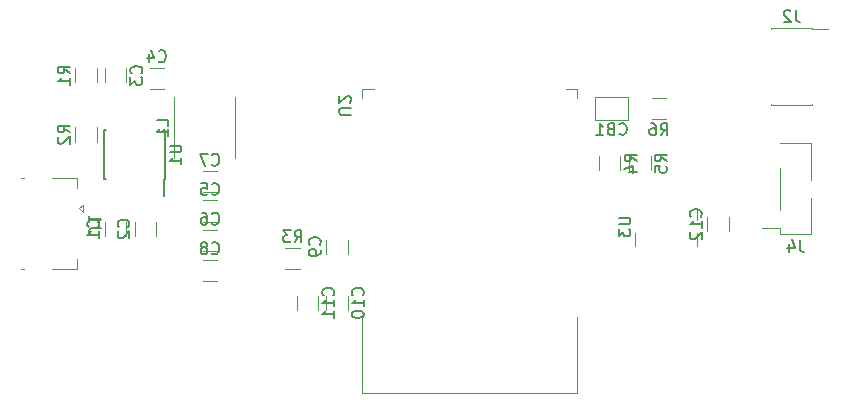
<source format=gbr>
G04 #@! TF.GenerationSoftware,KiCad,Pcbnew,5.1.6*
G04 #@! TF.CreationDate,2020-07-28T12:29:14+02:00*
G04 #@! TF.ProjectId,ESP32_lamp,45535033-325f-46c6-916d-702e6b696361,rev?*
G04 #@! TF.SameCoordinates,Original*
G04 #@! TF.FileFunction,Legend,Bot*
G04 #@! TF.FilePolarity,Positive*
%FSLAX46Y46*%
G04 Gerber Fmt 4.6, Leading zero omitted, Abs format (unit mm)*
G04 Created by KiCad (PCBNEW 5.1.6) date 2020-07-28 12:29:14*
%MOMM*%
%LPD*%
G01*
G04 APERTURE LIST*
%ADD10C,0.120000*%
%ADD11C,0.150000*%
G04 APERTURE END LIST*
D10*
X173397936Y-119890000D02*
X174602064Y-119890000D01*
X173397936Y-121710000D02*
X174602064Y-121710000D01*
X184270000Y-129380000D02*
X184270000Y-125820000D01*
X186930000Y-126840000D02*
X186930000Y-123730000D01*
X186930000Y-124300000D02*
X186930000Y-123730000D01*
X184270000Y-131470000D02*
X184270000Y-130900000D01*
X184270000Y-130900000D02*
X182750000Y-130900000D01*
X186930000Y-131470000D02*
X186930000Y-128360000D01*
X184270000Y-123730000D02*
X186930000Y-123730000D01*
X184270000Y-131470000D02*
X186930000Y-131470000D01*
X179910000Y-129997936D02*
X179910000Y-131202064D01*
X178090000Y-129997936D02*
X178090000Y-131202064D01*
X148880000Y-119900000D02*
X148880000Y-119120000D01*
X148880000Y-119120000D02*
X149880000Y-119120000D01*
X167120000Y-119900000D02*
X167120000Y-119120000D01*
X167120000Y-119120000D02*
X166120000Y-119120000D01*
X148880000Y-144865000D02*
X167120000Y-144865000D01*
X167120000Y-144865000D02*
X167120000Y-138445000D01*
X148880000Y-144865000D02*
X148880000Y-138445000D01*
X148880000Y-138445000D02*
X148500000Y-138445000D01*
X136602064Y-126090000D02*
X135397936Y-126090000D01*
X136602064Y-127910000D02*
X135397936Y-127910000D01*
X173310000Y-126052064D02*
X173310000Y-124847936D01*
X171490000Y-126052064D02*
X171490000Y-124847936D01*
X170760000Y-126052064D02*
X170760000Y-124847936D01*
X168940000Y-126052064D02*
X168940000Y-124847936D01*
X187015000Y-114015000D02*
X183485000Y-114015000D01*
X187015000Y-120485000D02*
X183485000Y-120485000D01*
X188340000Y-114080000D02*
X187015000Y-114080000D01*
X187015000Y-114015000D02*
X187015000Y-114080000D01*
X183485000Y-114015000D02*
X183485000Y-114080000D01*
X187015000Y-120420000D02*
X187015000Y-120485000D01*
X183485000Y-120420000D02*
X183485000Y-120485000D01*
X124590000Y-122397936D02*
X124590000Y-123602064D01*
X126410000Y-122397936D02*
X126410000Y-123602064D01*
X143602064Y-132590000D02*
X142397936Y-132590000D01*
X143602064Y-134410000D02*
X142397936Y-134410000D01*
X124590000Y-117397936D02*
X124590000Y-118602064D01*
X126410000Y-117397936D02*
X126410000Y-118602064D01*
X145840000Y-131897936D02*
X145840000Y-133102064D01*
X147660000Y-131897936D02*
X147660000Y-133102064D01*
X145160000Y-137852064D02*
X145160000Y-136647936D01*
X143340000Y-137852064D02*
X143340000Y-136647936D01*
X147660000Y-137852064D02*
X147660000Y-136647936D01*
X145840000Y-137852064D02*
X145840000Y-136647936D01*
X136602064Y-133590000D02*
X135397936Y-133590000D01*
X136602064Y-135410000D02*
X135397936Y-135410000D01*
X136602064Y-131090000D02*
X135397936Y-131090000D01*
X136602064Y-132910000D02*
X135397936Y-132910000D01*
X136602064Y-128590000D02*
X135397936Y-128590000D01*
X136602064Y-130410000D02*
X135397936Y-130410000D01*
X132102064Y-117340000D02*
X130897936Y-117340000D01*
X132102064Y-119160000D02*
X130897936Y-119160000D01*
X128910000Y-118602064D02*
X128910000Y-117397936D01*
X127090000Y-118602064D02*
X127090000Y-117397936D01*
X129640000Y-130397936D02*
X129640000Y-131602064D01*
X131460000Y-130397936D02*
X131460000Y-131602064D01*
X127090000Y-130397936D02*
X127090000Y-131602064D01*
X128910000Y-130397936D02*
X128910000Y-131602064D01*
X138130000Y-119870000D02*
X138130000Y-124970000D01*
X132930000Y-119870000D02*
X132930000Y-124970000D01*
X171990000Y-131360000D02*
X171990000Y-132410000D01*
X177210000Y-130240000D02*
X177210000Y-129190000D01*
X177210000Y-131360000D02*
X177210000Y-132410000D01*
D11*
X132205000Y-126795000D02*
X132155000Y-126795000D01*
X132205000Y-122645000D02*
X132060000Y-122645000D01*
X127055000Y-122645000D02*
X127200000Y-122645000D01*
X127055000Y-126795000D02*
X127200000Y-126795000D01*
X132205000Y-126795000D02*
X132205000Y-122645000D01*
X127055000Y-126795000D02*
X127055000Y-122645000D01*
X132155000Y-126795000D02*
X132155000Y-128195000D01*
D10*
X125250000Y-129550000D02*
X125250000Y-128950000D01*
X124950000Y-129250000D02*
X125250000Y-128950000D01*
X124950000Y-129250000D02*
X125250000Y-129550000D01*
X124720000Y-134420000D02*
X124720000Y-133550000D01*
X124720000Y-126680000D02*
X122650000Y-126680000D01*
X124720000Y-134420000D02*
X122650000Y-134420000D01*
X124720000Y-127550000D02*
X124720000Y-126680000D01*
X120250000Y-126680000D02*
X120000000Y-126680000D01*
X120250000Y-134420000D02*
X120000000Y-134420000D01*
X168600000Y-119800000D02*
X168600000Y-121800000D01*
X171400000Y-119800000D02*
X168600000Y-119800000D01*
X171400000Y-121800000D02*
X171400000Y-119800000D01*
X168600000Y-121800000D02*
X171400000Y-121800000D01*
D11*
X174166666Y-123072380D02*
X174500000Y-122596190D01*
X174738095Y-123072380D02*
X174738095Y-122072380D01*
X174357142Y-122072380D01*
X174261904Y-122120000D01*
X174214285Y-122167619D01*
X174166666Y-122262857D01*
X174166666Y-122405714D01*
X174214285Y-122500952D01*
X174261904Y-122548571D01*
X174357142Y-122596190D01*
X174738095Y-122596190D01*
X173309523Y-122072380D02*
X173500000Y-122072380D01*
X173595238Y-122120000D01*
X173642857Y-122167619D01*
X173738095Y-122310476D01*
X173785714Y-122500952D01*
X173785714Y-122881904D01*
X173738095Y-122977142D01*
X173690476Y-123024761D01*
X173595238Y-123072380D01*
X173404761Y-123072380D01*
X173309523Y-123024761D01*
X173261904Y-122977142D01*
X173214285Y-122881904D01*
X173214285Y-122643809D01*
X173261904Y-122548571D01*
X173309523Y-122500952D01*
X173404761Y-122453333D01*
X173595238Y-122453333D01*
X173690476Y-122500952D01*
X173738095Y-122548571D01*
X173785714Y-122643809D01*
X185933333Y-131922380D02*
X185933333Y-132636666D01*
X185980952Y-132779523D01*
X186076190Y-132874761D01*
X186219047Y-132922380D01*
X186314285Y-132922380D01*
X185028571Y-132255714D02*
X185028571Y-132922380D01*
X185266666Y-131874761D02*
X185504761Y-132589047D01*
X184885714Y-132589047D01*
X177537142Y-129957142D02*
X177584761Y-129909523D01*
X177632380Y-129766666D01*
X177632380Y-129671428D01*
X177584761Y-129528571D01*
X177489523Y-129433333D01*
X177394285Y-129385714D01*
X177203809Y-129338095D01*
X177060952Y-129338095D01*
X176870476Y-129385714D01*
X176775238Y-129433333D01*
X176680000Y-129528571D01*
X176632380Y-129671428D01*
X176632380Y-129766666D01*
X176680000Y-129909523D01*
X176727619Y-129957142D01*
X177632380Y-130909523D02*
X177632380Y-130338095D01*
X177632380Y-130623809D02*
X176632380Y-130623809D01*
X176775238Y-130528571D01*
X176870476Y-130433333D01*
X176918095Y-130338095D01*
X176727619Y-131290476D02*
X176680000Y-131338095D01*
X176632380Y-131433333D01*
X176632380Y-131671428D01*
X176680000Y-131766666D01*
X176727619Y-131814285D01*
X176822857Y-131861904D01*
X176918095Y-131861904D01*
X177060952Y-131814285D01*
X177632380Y-131242857D01*
X177632380Y-131861904D01*
X147937619Y-121331904D02*
X147128095Y-121331904D01*
X147032857Y-121284285D01*
X146985238Y-121236666D01*
X146937619Y-121141428D01*
X146937619Y-120950952D01*
X146985238Y-120855714D01*
X147032857Y-120808095D01*
X147128095Y-120760476D01*
X147937619Y-120760476D01*
X147842380Y-120331904D02*
X147890000Y-120284285D01*
X147937619Y-120189047D01*
X147937619Y-119950952D01*
X147890000Y-119855714D01*
X147842380Y-119808095D01*
X147747142Y-119760476D01*
X147651904Y-119760476D01*
X147509047Y-119808095D01*
X146937619Y-120379523D01*
X146937619Y-119760476D01*
X136166666Y-125537142D02*
X136214285Y-125584761D01*
X136357142Y-125632380D01*
X136452380Y-125632380D01*
X136595238Y-125584761D01*
X136690476Y-125489523D01*
X136738095Y-125394285D01*
X136785714Y-125203809D01*
X136785714Y-125060952D01*
X136738095Y-124870476D01*
X136690476Y-124775238D01*
X136595238Y-124680000D01*
X136452380Y-124632380D01*
X136357142Y-124632380D01*
X136214285Y-124680000D01*
X136166666Y-124727619D01*
X135833333Y-124632380D02*
X135166666Y-124632380D01*
X135595238Y-125632380D01*
X174672380Y-125283333D02*
X174196190Y-124950000D01*
X174672380Y-124711904D02*
X173672380Y-124711904D01*
X173672380Y-125092857D01*
X173720000Y-125188095D01*
X173767619Y-125235714D01*
X173862857Y-125283333D01*
X174005714Y-125283333D01*
X174100952Y-125235714D01*
X174148571Y-125188095D01*
X174196190Y-125092857D01*
X174196190Y-124711904D01*
X173672380Y-126188095D02*
X173672380Y-125711904D01*
X174148571Y-125664285D01*
X174100952Y-125711904D01*
X174053333Y-125807142D01*
X174053333Y-126045238D01*
X174100952Y-126140476D01*
X174148571Y-126188095D01*
X174243809Y-126235714D01*
X174481904Y-126235714D01*
X174577142Y-126188095D01*
X174624761Y-126140476D01*
X174672380Y-126045238D01*
X174672380Y-125807142D01*
X174624761Y-125711904D01*
X174577142Y-125664285D01*
X172122380Y-125283333D02*
X171646190Y-124950000D01*
X172122380Y-124711904D02*
X171122380Y-124711904D01*
X171122380Y-125092857D01*
X171170000Y-125188095D01*
X171217619Y-125235714D01*
X171312857Y-125283333D01*
X171455714Y-125283333D01*
X171550952Y-125235714D01*
X171598571Y-125188095D01*
X171646190Y-125092857D01*
X171646190Y-124711904D01*
X171455714Y-126140476D02*
X172122380Y-126140476D01*
X171074761Y-125902380D02*
X171789047Y-125664285D01*
X171789047Y-126283333D01*
X185583333Y-112467380D02*
X185583333Y-113181666D01*
X185630952Y-113324523D01*
X185726190Y-113419761D01*
X185869047Y-113467380D01*
X185964285Y-113467380D01*
X185154761Y-112562619D02*
X185107142Y-112515000D01*
X185011904Y-112467380D01*
X184773809Y-112467380D01*
X184678571Y-112515000D01*
X184630952Y-112562619D01*
X184583333Y-112657857D01*
X184583333Y-112753095D01*
X184630952Y-112895952D01*
X185202380Y-113467380D01*
X184583333Y-113467380D01*
X124132380Y-122833333D02*
X123656190Y-122500000D01*
X124132380Y-122261904D02*
X123132380Y-122261904D01*
X123132380Y-122642857D01*
X123180000Y-122738095D01*
X123227619Y-122785714D01*
X123322857Y-122833333D01*
X123465714Y-122833333D01*
X123560952Y-122785714D01*
X123608571Y-122738095D01*
X123656190Y-122642857D01*
X123656190Y-122261904D01*
X123227619Y-123214285D02*
X123180000Y-123261904D01*
X123132380Y-123357142D01*
X123132380Y-123595238D01*
X123180000Y-123690476D01*
X123227619Y-123738095D01*
X123322857Y-123785714D01*
X123418095Y-123785714D01*
X123560952Y-123738095D01*
X124132380Y-123166666D01*
X124132380Y-123785714D01*
X143166666Y-132132380D02*
X143500000Y-131656190D01*
X143738095Y-132132380D02*
X143738095Y-131132380D01*
X143357142Y-131132380D01*
X143261904Y-131180000D01*
X143214285Y-131227619D01*
X143166666Y-131322857D01*
X143166666Y-131465714D01*
X143214285Y-131560952D01*
X143261904Y-131608571D01*
X143357142Y-131656190D01*
X143738095Y-131656190D01*
X142833333Y-131132380D02*
X142214285Y-131132380D01*
X142547619Y-131513333D01*
X142404761Y-131513333D01*
X142309523Y-131560952D01*
X142261904Y-131608571D01*
X142214285Y-131703809D01*
X142214285Y-131941904D01*
X142261904Y-132037142D01*
X142309523Y-132084761D01*
X142404761Y-132132380D01*
X142690476Y-132132380D01*
X142785714Y-132084761D01*
X142833333Y-132037142D01*
X124132380Y-117833333D02*
X123656190Y-117500000D01*
X124132380Y-117261904D02*
X123132380Y-117261904D01*
X123132380Y-117642857D01*
X123180000Y-117738095D01*
X123227619Y-117785714D01*
X123322857Y-117833333D01*
X123465714Y-117833333D01*
X123560952Y-117785714D01*
X123608571Y-117738095D01*
X123656190Y-117642857D01*
X123656190Y-117261904D01*
X124132380Y-118785714D02*
X124132380Y-118214285D01*
X124132380Y-118500000D02*
X123132380Y-118500000D01*
X123275238Y-118404761D01*
X123370476Y-118309523D01*
X123418095Y-118214285D01*
X145287142Y-132333333D02*
X145334761Y-132285714D01*
X145382380Y-132142857D01*
X145382380Y-132047619D01*
X145334761Y-131904761D01*
X145239523Y-131809523D01*
X145144285Y-131761904D01*
X144953809Y-131714285D01*
X144810952Y-131714285D01*
X144620476Y-131761904D01*
X144525238Y-131809523D01*
X144430000Y-131904761D01*
X144382380Y-132047619D01*
X144382380Y-132142857D01*
X144430000Y-132285714D01*
X144477619Y-132333333D01*
X145382380Y-132809523D02*
X145382380Y-133000000D01*
X145334761Y-133095238D01*
X145287142Y-133142857D01*
X145144285Y-133238095D01*
X144953809Y-133285714D01*
X144572857Y-133285714D01*
X144477619Y-133238095D01*
X144430000Y-133190476D01*
X144382380Y-133095238D01*
X144382380Y-132904761D01*
X144430000Y-132809523D01*
X144477619Y-132761904D01*
X144572857Y-132714285D01*
X144810952Y-132714285D01*
X144906190Y-132761904D01*
X144953809Y-132809523D01*
X145001428Y-132904761D01*
X145001428Y-133095238D01*
X144953809Y-133190476D01*
X144906190Y-133238095D01*
X144810952Y-133285714D01*
X146427142Y-136607142D02*
X146474761Y-136559523D01*
X146522380Y-136416666D01*
X146522380Y-136321428D01*
X146474761Y-136178571D01*
X146379523Y-136083333D01*
X146284285Y-136035714D01*
X146093809Y-135988095D01*
X145950952Y-135988095D01*
X145760476Y-136035714D01*
X145665238Y-136083333D01*
X145570000Y-136178571D01*
X145522380Y-136321428D01*
X145522380Y-136416666D01*
X145570000Y-136559523D01*
X145617619Y-136607142D01*
X146522380Y-137559523D02*
X146522380Y-136988095D01*
X146522380Y-137273809D02*
X145522380Y-137273809D01*
X145665238Y-137178571D01*
X145760476Y-137083333D01*
X145808095Y-136988095D01*
X146522380Y-138511904D02*
X146522380Y-137940476D01*
X146522380Y-138226190D02*
X145522380Y-138226190D01*
X145665238Y-138130952D01*
X145760476Y-138035714D01*
X145808095Y-137940476D01*
X148927142Y-136607142D02*
X148974761Y-136559523D01*
X149022380Y-136416666D01*
X149022380Y-136321428D01*
X148974761Y-136178571D01*
X148879523Y-136083333D01*
X148784285Y-136035714D01*
X148593809Y-135988095D01*
X148450952Y-135988095D01*
X148260476Y-136035714D01*
X148165238Y-136083333D01*
X148070000Y-136178571D01*
X148022380Y-136321428D01*
X148022380Y-136416666D01*
X148070000Y-136559523D01*
X148117619Y-136607142D01*
X149022380Y-137559523D02*
X149022380Y-136988095D01*
X149022380Y-137273809D02*
X148022380Y-137273809D01*
X148165238Y-137178571D01*
X148260476Y-137083333D01*
X148308095Y-136988095D01*
X148022380Y-138178571D02*
X148022380Y-138273809D01*
X148070000Y-138369047D01*
X148117619Y-138416666D01*
X148212857Y-138464285D01*
X148403333Y-138511904D01*
X148641428Y-138511904D01*
X148831904Y-138464285D01*
X148927142Y-138416666D01*
X148974761Y-138369047D01*
X149022380Y-138273809D01*
X149022380Y-138178571D01*
X148974761Y-138083333D01*
X148927142Y-138035714D01*
X148831904Y-137988095D01*
X148641428Y-137940476D01*
X148403333Y-137940476D01*
X148212857Y-137988095D01*
X148117619Y-138035714D01*
X148070000Y-138083333D01*
X148022380Y-138178571D01*
X136166666Y-133037142D02*
X136214285Y-133084761D01*
X136357142Y-133132380D01*
X136452380Y-133132380D01*
X136595238Y-133084761D01*
X136690476Y-132989523D01*
X136738095Y-132894285D01*
X136785714Y-132703809D01*
X136785714Y-132560952D01*
X136738095Y-132370476D01*
X136690476Y-132275238D01*
X136595238Y-132180000D01*
X136452380Y-132132380D01*
X136357142Y-132132380D01*
X136214285Y-132180000D01*
X136166666Y-132227619D01*
X135595238Y-132560952D02*
X135690476Y-132513333D01*
X135738095Y-132465714D01*
X135785714Y-132370476D01*
X135785714Y-132322857D01*
X135738095Y-132227619D01*
X135690476Y-132180000D01*
X135595238Y-132132380D01*
X135404761Y-132132380D01*
X135309523Y-132180000D01*
X135261904Y-132227619D01*
X135214285Y-132322857D01*
X135214285Y-132370476D01*
X135261904Y-132465714D01*
X135309523Y-132513333D01*
X135404761Y-132560952D01*
X135595238Y-132560952D01*
X135690476Y-132608571D01*
X135738095Y-132656190D01*
X135785714Y-132751428D01*
X135785714Y-132941904D01*
X135738095Y-133037142D01*
X135690476Y-133084761D01*
X135595238Y-133132380D01*
X135404761Y-133132380D01*
X135309523Y-133084761D01*
X135261904Y-133037142D01*
X135214285Y-132941904D01*
X135214285Y-132751428D01*
X135261904Y-132656190D01*
X135309523Y-132608571D01*
X135404761Y-132560952D01*
X136166666Y-130537142D02*
X136214285Y-130584761D01*
X136357142Y-130632380D01*
X136452380Y-130632380D01*
X136595238Y-130584761D01*
X136690476Y-130489523D01*
X136738095Y-130394285D01*
X136785714Y-130203809D01*
X136785714Y-130060952D01*
X136738095Y-129870476D01*
X136690476Y-129775238D01*
X136595238Y-129680000D01*
X136452380Y-129632380D01*
X136357142Y-129632380D01*
X136214285Y-129680000D01*
X136166666Y-129727619D01*
X135309523Y-129632380D02*
X135500000Y-129632380D01*
X135595238Y-129680000D01*
X135642857Y-129727619D01*
X135738095Y-129870476D01*
X135785714Y-130060952D01*
X135785714Y-130441904D01*
X135738095Y-130537142D01*
X135690476Y-130584761D01*
X135595238Y-130632380D01*
X135404761Y-130632380D01*
X135309523Y-130584761D01*
X135261904Y-130537142D01*
X135214285Y-130441904D01*
X135214285Y-130203809D01*
X135261904Y-130108571D01*
X135309523Y-130060952D01*
X135404761Y-130013333D01*
X135595238Y-130013333D01*
X135690476Y-130060952D01*
X135738095Y-130108571D01*
X135785714Y-130203809D01*
X136166666Y-128037142D02*
X136214285Y-128084761D01*
X136357142Y-128132380D01*
X136452380Y-128132380D01*
X136595238Y-128084761D01*
X136690476Y-127989523D01*
X136738095Y-127894285D01*
X136785714Y-127703809D01*
X136785714Y-127560952D01*
X136738095Y-127370476D01*
X136690476Y-127275238D01*
X136595238Y-127180000D01*
X136452380Y-127132380D01*
X136357142Y-127132380D01*
X136214285Y-127180000D01*
X136166666Y-127227619D01*
X135261904Y-127132380D02*
X135738095Y-127132380D01*
X135785714Y-127608571D01*
X135738095Y-127560952D01*
X135642857Y-127513333D01*
X135404761Y-127513333D01*
X135309523Y-127560952D01*
X135261904Y-127608571D01*
X135214285Y-127703809D01*
X135214285Y-127941904D01*
X135261904Y-128037142D01*
X135309523Y-128084761D01*
X135404761Y-128132380D01*
X135642857Y-128132380D01*
X135738095Y-128084761D01*
X135785714Y-128037142D01*
X131666666Y-116787142D02*
X131714285Y-116834761D01*
X131857142Y-116882380D01*
X131952380Y-116882380D01*
X132095238Y-116834761D01*
X132190476Y-116739523D01*
X132238095Y-116644285D01*
X132285714Y-116453809D01*
X132285714Y-116310952D01*
X132238095Y-116120476D01*
X132190476Y-116025238D01*
X132095238Y-115930000D01*
X131952380Y-115882380D01*
X131857142Y-115882380D01*
X131714285Y-115930000D01*
X131666666Y-115977619D01*
X130809523Y-116215714D02*
X130809523Y-116882380D01*
X131047619Y-115834761D02*
X131285714Y-116549047D01*
X130666666Y-116549047D01*
X130177142Y-117833333D02*
X130224761Y-117785714D01*
X130272380Y-117642857D01*
X130272380Y-117547619D01*
X130224761Y-117404761D01*
X130129523Y-117309523D01*
X130034285Y-117261904D01*
X129843809Y-117214285D01*
X129700952Y-117214285D01*
X129510476Y-117261904D01*
X129415238Y-117309523D01*
X129320000Y-117404761D01*
X129272380Y-117547619D01*
X129272380Y-117642857D01*
X129320000Y-117785714D01*
X129367619Y-117833333D01*
X129272380Y-118166666D02*
X129272380Y-118785714D01*
X129653333Y-118452380D01*
X129653333Y-118595238D01*
X129700952Y-118690476D01*
X129748571Y-118738095D01*
X129843809Y-118785714D01*
X130081904Y-118785714D01*
X130177142Y-118738095D01*
X130224761Y-118690476D01*
X130272380Y-118595238D01*
X130272380Y-118309523D01*
X130224761Y-118214285D01*
X130177142Y-118166666D01*
X129087142Y-130833333D02*
X129134761Y-130785714D01*
X129182380Y-130642857D01*
X129182380Y-130547619D01*
X129134761Y-130404761D01*
X129039523Y-130309523D01*
X128944285Y-130261904D01*
X128753809Y-130214285D01*
X128610952Y-130214285D01*
X128420476Y-130261904D01*
X128325238Y-130309523D01*
X128230000Y-130404761D01*
X128182380Y-130547619D01*
X128182380Y-130642857D01*
X128230000Y-130785714D01*
X128277619Y-130833333D01*
X128277619Y-131214285D02*
X128230000Y-131261904D01*
X128182380Y-131357142D01*
X128182380Y-131595238D01*
X128230000Y-131690476D01*
X128277619Y-131738095D01*
X128372857Y-131785714D01*
X128468095Y-131785714D01*
X128610952Y-131738095D01*
X129182380Y-131166666D01*
X129182380Y-131785714D01*
X126537142Y-130833333D02*
X126584761Y-130785714D01*
X126632380Y-130642857D01*
X126632380Y-130547619D01*
X126584761Y-130404761D01*
X126489523Y-130309523D01*
X126394285Y-130261904D01*
X126203809Y-130214285D01*
X126060952Y-130214285D01*
X125870476Y-130261904D01*
X125775238Y-130309523D01*
X125680000Y-130404761D01*
X125632380Y-130547619D01*
X125632380Y-130642857D01*
X125680000Y-130785714D01*
X125727619Y-130833333D01*
X126632380Y-131785714D02*
X126632380Y-131214285D01*
X126632380Y-131500000D02*
X125632380Y-131500000D01*
X125775238Y-131404761D01*
X125870476Y-131309523D01*
X125918095Y-131214285D01*
X132482380Y-122253333D02*
X132482380Y-121777142D01*
X131482380Y-121777142D01*
X132482380Y-123110476D02*
X132482380Y-122539047D01*
X132482380Y-122824761D02*
X131482380Y-122824761D01*
X131625238Y-122729523D01*
X131720476Y-122634285D01*
X131768095Y-122539047D01*
X170602380Y-130038095D02*
X171411904Y-130038095D01*
X171507142Y-130085714D01*
X171554761Y-130133333D01*
X171602380Y-130228571D01*
X171602380Y-130419047D01*
X171554761Y-130514285D01*
X171507142Y-130561904D01*
X171411904Y-130609523D01*
X170602380Y-130609523D01*
X170602380Y-130990476D02*
X170602380Y-131609523D01*
X170983333Y-131276190D01*
X170983333Y-131419047D01*
X171030952Y-131514285D01*
X171078571Y-131561904D01*
X171173809Y-131609523D01*
X171411904Y-131609523D01*
X171507142Y-131561904D01*
X171554761Y-131514285D01*
X171602380Y-131419047D01*
X171602380Y-131133333D01*
X171554761Y-131038095D01*
X171507142Y-130990476D01*
X132582380Y-123958095D02*
X133391904Y-123958095D01*
X133487142Y-124005714D01*
X133534761Y-124053333D01*
X133582380Y-124148571D01*
X133582380Y-124339047D01*
X133534761Y-124434285D01*
X133487142Y-124481904D01*
X133391904Y-124529523D01*
X132582380Y-124529523D01*
X133582380Y-125529523D02*
X133582380Y-124958095D01*
X133582380Y-125243809D02*
X132582380Y-125243809D01*
X132725238Y-125148571D01*
X132820476Y-125053333D01*
X132868095Y-124958095D01*
X126797619Y-130883333D02*
X126083333Y-130883333D01*
X125940476Y-130930952D01*
X125845238Y-131026190D01*
X125797619Y-131169047D01*
X125797619Y-131264285D01*
X125797619Y-129883333D02*
X125797619Y-130454761D01*
X125797619Y-130169047D02*
X126797619Y-130169047D01*
X126654761Y-130264285D01*
X126559523Y-130359523D01*
X126511904Y-130454761D01*
X170666666Y-122957142D02*
X170714285Y-123004761D01*
X170857142Y-123052380D01*
X170952380Y-123052380D01*
X171095238Y-123004761D01*
X171190476Y-122909523D01*
X171238095Y-122814285D01*
X171285714Y-122623809D01*
X171285714Y-122480952D01*
X171238095Y-122290476D01*
X171190476Y-122195238D01*
X171095238Y-122100000D01*
X170952380Y-122052380D01*
X170857142Y-122052380D01*
X170714285Y-122100000D01*
X170666666Y-122147619D01*
X169904761Y-122528571D02*
X169761904Y-122576190D01*
X169714285Y-122623809D01*
X169666666Y-122719047D01*
X169666666Y-122861904D01*
X169714285Y-122957142D01*
X169761904Y-123004761D01*
X169857142Y-123052380D01*
X170238095Y-123052380D01*
X170238095Y-122052380D01*
X169904761Y-122052380D01*
X169809523Y-122100000D01*
X169761904Y-122147619D01*
X169714285Y-122242857D01*
X169714285Y-122338095D01*
X169761904Y-122433333D01*
X169809523Y-122480952D01*
X169904761Y-122528571D01*
X170238095Y-122528571D01*
X168714285Y-123052380D02*
X169285714Y-123052380D01*
X169000000Y-123052380D02*
X169000000Y-122052380D01*
X169095238Y-122195238D01*
X169190476Y-122290476D01*
X169285714Y-122338095D01*
M02*

</source>
